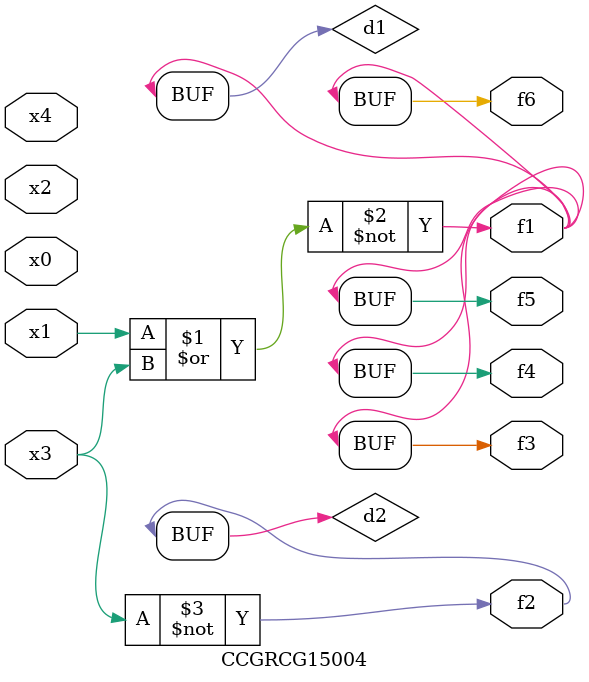
<source format=v>
module CCGRCG15004(
	input x0, x1, x2, x3, x4,
	output f1, f2, f3, f4, f5, f6
);

	wire d1, d2;

	nor (d1, x1, x3);
	not (d2, x3);
	assign f1 = d1;
	assign f2 = d2;
	assign f3 = d1;
	assign f4 = d1;
	assign f5 = d1;
	assign f6 = d1;
endmodule

</source>
